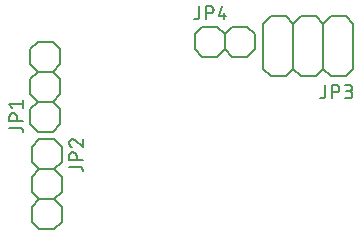
<source format=gbr>
G04 EAGLE Gerber X2 export*
%TF.Part,Single*%
%TF.FileFunction,Legend,Top,1*%
%TF.FilePolarity,Positive*%
%TF.GenerationSoftware,Autodesk,EAGLE,9.2.2*%
%TF.CreationDate,2020-03-12T07:58:02Z*%
G75*
%MOMM*%
%FSLAX34Y34*%
%LPD*%
%INSilkscreen Top*%
%AMOC8*
5,1,8,0,0,1.08239X$1,22.5*%
G01*
%ADD10C,0.152400*%
%ADD11C,0.127000*%


D10*
X207010Y568960D02*
X207010Y581660D01*
X213360Y588010D01*
X226060Y588010D01*
X232410Y581660D01*
X213360Y588010D02*
X207010Y594360D01*
X207010Y607060D01*
X213360Y613410D01*
X226060Y613410D01*
X232410Y607060D01*
X232410Y594360D01*
X226060Y588010D01*
X226060Y562610D02*
X213360Y562610D01*
X207010Y568960D01*
X226060Y562610D02*
X232410Y568960D01*
X232410Y581660D01*
X213360Y613410D02*
X207010Y619760D01*
X207010Y632460D01*
X213360Y638810D01*
X226060Y638810D01*
X232410Y632460D01*
X232410Y619760D01*
X226060Y613410D01*
D11*
X198247Y566293D02*
X189357Y566293D01*
X198247Y566293D02*
X198347Y566291D01*
X198446Y566285D01*
X198546Y566275D01*
X198644Y566262D01*
X198743Y566244D01*
X198840Y566223D01*
X198936Y566198D01*
X199032Y566169D01*
X199126Y566136D01*
X199219Y566100D01*
X199310Y566060D01*
X199400Y566016D01*
X199488Y565969D01*
X199574Y565919D01*
X199658Y565865D01*
X199740Y565808D01*
X199819Y565748D01*
X199897Y565684D01*
X199971Y565618D01*
X200043Y565549D01*
X200112Y565477D01*
X200178Y565403D01*
X200242Y565325D01*
X200302Y565246D01*
X200359Y565164D01*
X200413Y565080D01*
X200463Y564994D01*
X200510Y564906D01*
X200554Y564816D01*
X200594Y564725D01*
X200630Y564632D01*
X200663Y564538D01*
X200692Y564442D01*
X200717Y564346D01*
X200738Y564249D01*
X200756Y564150D01*
X200769Y564052D01*
X200779Y563952D01*
X200785Y563853D01*
X200787Y563753D01*
X200787Y562483D01*
X200787Y572273D02*
X189357Y572273D01*
X189357Y575448D01*
X189359Y575559D01*
X189365Y575669D01*
X189374Y575780D01*
X189388Y575890D01*
X189405Y575999D01*
X189426Y576108D01*
X189451Y576216D01*
X189480Y576323D01*
X189512Y576429D01*
X189548Y576534D01*
X189588Y576637D01*
X189631Y576739D01*
X189678Y576840D01*
X189729Y576939D01*
X189782Y577036D01*
X189839Y577130D01*
X189900Y577223D01*
X189963Y577314D01*
X190030Y577403D01*
X190100Y577489D01*
X190173Y577572D01*
X190248Y577654D01*
X190326Y577732D01*
X190408Y577807D01*
X190491Y577880D01*
X190577Y577950D01*
X190666Y578017D01*
X190757Y578080D01*
X190850Y578141D01*
X190945Y578198D01*
X191041Y578251D01*
X191140Y578302D01*
X191241Y578349D01*
X191343Y578392D01*
X191446Y578432D01*
X191551Y578468D01*
X191657Y578500D01*
X191764Y578529D01*
X191872Y578554D01*
X191981Y578575D01*
X192090Y578592D01*
X192200Y578606D01*
X192311Y578615D01*
X192421Y578621D01*
X192532Y578623D01*
X192643Y578621D01*
X192753Y578615D01*
X192864Y578606D01*
X192974Y578592D01*
X193083Y578575D01*
X193192Y578554D01*
X193300Y578529D01*
X193407Y578500D01*
X193513Y578468D01*
X193618Y578432D01*
X193721Y578392D01*
X193823Y578349D01*
X193924Y578302D01*
X194023Y578251D01*
X194120Y578198D01*
X194214Y578141D01*
X194307Y578080D01*
X194398Y578017D01*
X194487Y577950D01*
X194573Y577880D01*
X194656Y577807D01*
X194738Y577732D01*
X194816Y577654D01*
X194891Y577572D01*
X194964Y577489D01*
X195034Y577403D01*
X195101Y577314D01*
X195164Y577223D01*
X195225Y577130D01*
X195282Y577036D01*
X195335Y576939D01*
X195386Y576840D01*
X195433Y576739D01*
X195476Y576637D01*
X195516Y576534D01*
X195552Y576429D01*
X195584Y576323D01*
X195613Y576216D01*
X195638Y576108D01*
X195659Y575999D01*
X195676Y575890D01*
X195690Y575780D01*
X195699Y575669D01*
X195705Y575559D01*
X195707Y575448D01*
X195707Y572273D01*
X191897Y583132D02*
X189357Y586307D01*
X200787Y586307D01*
X200787Y583132D02*
X200787Y589482D01*
D10*
X233680Y549910D02*
X233680Y537210D01*
X227330Y530860D01*
X214630Y530860D01*
X208280Y537210D01*
X227330Y530860D02*
X233680Y524510D01*
X233680Y511810D01*
X227330Y505460D01*
X214630Y505460D01*
X208280Y511810D01*
X208280Y524510D01*
X214630Y530860D01*
X214630Y556260D02*
X227330Y556260D01*
X233680Y549910D01*
X214630Y556260D02*
X208280Y549910D01*
X208280Y537210D01*
X227330Y505460D02*
X233680Y499110D01*
X233680Y486410D01*
X227330Y480060D01*
X214630Y480060D01*
X208280Y486410D01*
X208280Y499110D01*
X214630Y505460D01*
D11*
X239903Y533198D02*
X248793Y533198D01*
X248893Y533196D01*
X248992Y533190D01*
X249092Y533180D01*
X249190Y533167D01*
X249289Y533149D01*
X249386Y533128D01*
X249482Y533103D01*
X249578Y533074D01*
X249672Y533041D01*
X249765Y533005D01*
X249856Y532965D01*
X249946Y532921D01*
X250034Y532874D01*
X250120Y532824D01*
X250204Y532770D01*
X250286Y532713D01*
X250365Y532653D01*
X250443Y532589D01*
X250517Y532523D01*
X250589Y532454D01*
X250658Y532382D01*
X250724Y532308D01*
X250788Y532230D01*
X250848Y532151D01*
X250905Y532069D01*
X250959Y531985D01*
X251009Y531899D01*
X251056Y531811D01*
X251100Y531721D01*
X251140Y531630D01*
X251176Y531537D01*
X251209Y531443D01*
X251238Y531347D01*
X251263Y531251D01*
X251284Y531154D01*
X251302Y531055D01*
X251315Y530957D01*
X251325Y530857D01*
X251331Y530758D01*
X251333Y530658D01*
X251333Y529388D01*
X251333Y539179D02*
X239903Y539179D01*
X239903Y542354D01*
X239905Y542465D01*
X239911Y542575D01*
X239920Y542686D01*
X239934Y542796D01*
X239951Y542905D01*
X239972Y543014D01*
X239997Y543122D01*
X240026Y543229D01*
X240058Y543335D01*
X240094Y543440D01*
X240134Y543543D01*
X240177Y543645D01*
X240224Y543746D01*
X240275Y543845D01*
X240328Y543942D01*
X240385Y544036D01*
X240446Y544129D01*
X240509Y544220D01*
X240576Y544309D01*
X240646Y544395D01*
X240719Y544478D01*
X240794Y544560D01*
X240872Y544638D01*
X240954Y544713D01*
X241037Y544786D01*
X241123Y544856D01*
X241212Y544923D01*
X241303Y544986D01*
X241396Y545047D01*
X241491Y545104D01*
X241587Y545157D01*
X241686Y545208D01*
X241787Y545255D01*
X241889Y545298D01*
X241992Y545338D01*
X242097Y545374D01*
X242203Y545406D01*
X242310Y545435D01*
X242418Y545460D01*
X242527Y545481D01*
X242636Y545498D01*
X242746Y545512D01*
X242857Y545521D01*
X242967Y545527D01*
X243078Y545529D01*
X243189Y545527D01*
X243299Y545521D01*
X243410Y545512D01*
X243520Y545498D01*
X243629Y545481D01*
X243738Y545460D01*
X243846Y545435D01*
X243953Y545406D01*
X244059Y545374D01*
X244164Y545338D01*
X244267Y545298D01*
X244369Y545255D01*
X244470Y545208D01*
X244569Y545157D01*
X244666Y545104D01*
X244760Y545047D01*
X244853Y544986D01*
X244944Y544923D01*
X245033Y544856D01*
X245119Y544786D01*
X245202Y544713D01*
X245284Y544638D01*
X245362Y544560D01*
X245437Y544478D01*
X245510Y544395D01*
X245580Y544309D01*
X245647Y544220D01*
X245710Y544129D01*
X245771Y544036D01*
X245828Y543942D01*
X245881Y543845D01*
X245932Y543746D01*
X245979Y543645D01*
X246022Y543543D01*
X246062Y543440D01*
X246098Y543335D01*
X246130Y543229D01*
X246159Y543122D01*
X246184Y543014D01*
X246205Y542905D01*
X246222Y542796D01*
X246236Y542686D01*
X246245Y542575D01*
X246251Y542465D01*
X246253Y542354D01*
X246253Y539179D01*
X239903Y553530D02*
X239905Y553634D01*
X239911Y553739D01*
X239920Y553843D01*
X239933Y553946D01*
X239951Y554049D01*
X239971Y554151D01*
X239996Y554253D01*
X240024Y554353D01*
X240056Y554453D01*
X240092Y554551D01*
X240131Y554648D01*
X240173Y554743D01*
X240219Y554837D01*
X240269Y554929D01*
X240321Y555019D01*
X240377Y555107D01*
X240437Y555193D01*
X240499Y555277D01*
X240564Y555358D01*
X240632Y555437D01*
X240704Y555514D01*
X240777Y555587D01*
X240854Y555659D01*
X240933Y555727D01*
X241014Y555792D01*
X241098Y555854D01*
X241184Y555914D01*
X241272Y555970D01*
X241362Y556022D01*
X241454Y556072D01*
X241548Y556118D01*
X241643Y556160D01*
X241740Y556199D01*
X241838Y556235D01*
X241938Y556267D01*
X242038Y556295D01*
X242140Y556320D01*
X242242Y556340D01*
X242345Y556358D01*
X242448Y556371D01*
X242552Y556380D01*
X242657Y556386D01*
X242761Y556388D01*
X239903Y553530D02*
X239905Y553412D01*
X239911Y553293D01*
X239920Y553175D01*
X239933Y553058D01*
X239951Y552941D01*
X239971Y552824D01*
X239996Y552708D01*
X240024Y552593D01*
X240057Y552480D01*
X240092Y552367D01*
X240132Y552255D01*
X240174Y552145D01*
X240221Y552036D01*
X240271Y551928D01*
X240324Y551823D01*
X240381Y551719D01*
X240441Y551617D01*
X240504Y551517D01*
X240571Y551419D01*
X240640Y551323D01*
X240713Y551230D01*
X240789Y551139D01*
X240867Y551050D01*
X240949Y550964D01*
X241033Y550881D01*
X241119Y550800D01*
X241209Y550723D01*
X241300Y550648D01*
X241394Y550576D01*
X241491Y550507D01*
X241589Y550442D01*
X241690Y550379D01*
X241793Y550320D01*
X241897Y550264D01*
X242003Y550212D01*
X242111Y550163D01*
X242220Y550118D01*
X242331Y550076D01*
X242443Y550038D01*
X244983Y555435D02*
X244908Y555511D01*
X244829Y555586D01*
X244748Y555657D01*
X244664Y555726D01*
X244578Y555791D01*
X244490Y555853D01*
X244400Y555913D01*
X244308Y555969D01*
X244213Y556022D01*
X244117Y556071D01*
X244019Y556117D01*
X243920Y556160D01*
X243819Y556199D01*
X243717Y556234D01*
X243614Y556266D01*
X243510Y556294D01*
X243405Y556319D01*
X243298Y556340D01*
X243192Y556357D01*
X243085Y556370D01*
X242977Y556379D01*
X242869Y556385D01*
X242761Y556387D01*
X244983Y555435D02*
X251333Y550037D01*
X251333Y556387D01*
D10*
X473964Y660400D02*
X480314Y654050D01*
X461264Y660400D02*
X454914Y654050D01*
X448564Y660400D01*
X435864Y660400D02*
X429514Y654050D01*
X480314Y654050D02*
X480314Y615950D01*
X473964Y609600D01*
X461264Y609600D01*
X454914Y615950D01*
X448564Y609600D01*
X435864Y609600D01*
X429514Y615950D01*
X454914Y615950D02*
X454914Y654050D01*
X429514Y654050D02*
X429514Y615950D01*
X435864Y660400D02*
X448564Y660400D01*
X461264Y660400D02*
X473964Y660400D01*
X429514Y654050D02*
X423164Y660400D01*
X410464Y660400D02*
X404114Y654050D01*
X429514Y615950D02*
X423164Y609600D01*
X410464Y609600D01*
X404114Y615950D01*
X404114Y654050D01*
X410464Y660400D02*
X423164Y660400D01*
D11*
X456490Y602615D02*
X456490Y593725D01*
X456488Y593625D01*
X456482Y593526D01*
X456472Y593426D01*
X456459Y593328D01*
X456441Y593229D01*
X456420Y593132D01*
X456395Y593036D01*
X456366Y592940D01*
X456333Y592846D01*
X456297Y592753D01*
X456257Y592662D01*
X456213Y592572D01*
X456166Y592484D01*
X456116Y592398D01*
X456062Y592314D01*
X456005Y592232D01*
X455945Y592153D01*
X455881Y592075D01*
X455815Y592001D01*
X455746Y591929D01*
X455674Y591860D01*
X455600Y591794D01*
X455522Y591730D01*
X455443Y591670D01*
X455361Y591613D01*
X455277Y591559D01*
X455191Y591509D01*
X455103Y591462D01*
X455013Y591418D01*
X454922Y591378D01*
X454829Y591342D01*
X454735Y591309D01*
X454639Y591280D01*
X454543Y591255D01*
X454446Y591234D01*
X454347Y591216D01*
X454249Y591203D01*
X454149Y591193D01*
X454050Y591187D01*
X453950Y591185D01*
X452680Y591185D01*
X462471Y591185D02*
X462471Y602615D01*
X465646Y602615D01*
X465757Y602613D01*
X465867Y602607D01*
X465978Y602598D01*
X466088Y602584D01*
X466197Y602567D01*
X466306Y602546D01*
X466414Y602521D01*
X466521Y602492D01*
X466627Y602460D01*
X466732Y602424D01*
X466835Y602384D01*
X466937Y602341D01*
X467038Y602294D01*
X467137Y602243D01*
X467234Y602190D01*
X467328Y602133D01*
X467421Y602072D01*
X467512Y602009D01*
X467601Y601942D01*
X467687Y601872D01*
X467770Y601799D01*
X467852Y601724D01*
X467930Y601646D01*
X468005Y601564D01*
X468078Y601481D01*
X468148Y601395D01*
X468215Y601306D01*
X468278Y601215D01*
X468339Y601122D01*
X468396Y601027D01*
X468449Y600931D01*
X468500Y600832D01*
X468547Y600731D01*
X468590Y600629D01*
X468630Y600526D01*
X468666Y600421D01*
X468698Y600315D01*
X468727Y600208D01*
X468752Y600100D01*
X468773Y599991D01*
X468790Y599882D01*
X468804Y599772D01*
X468813Y599661D01*
X468819Y599551D01*
X468821Y599440D01*
X468819Y599329D01*
X468813Y599219D01*
X468804Y599108D01*
X468790Y598998D01*
X468773Y598889D01*
X468752Y598780D01*
X468727Y598672D01*
X468698Y598565D01*
X468666Y598459D01*
X468630Y598354D01*
X468590Y598251D01*
X468547Y598149D01*
X468500Y598048D01*
X468449Y597949D01*
X468396Y597853D01*
X468339Y597758D01*
X468278Y597665D01*
X468215Y597574D01*
X468148Y597485D01*
X468078Y597399D01*
X468005Y597316D01*
X467930Y597234D01*
X467852Y597156D01*
X467770Y597081D01*
X467687Y597008D01*
X467601Y596938D01*
X467512Y596871D01*
X467421Y596808D01*
X467328Y596747D01*
X467234Y596690D01*
X467137Y596637D01*
X467038Y596586D01*
X466937Y596539D01*
X466835Y596496D01*
X466732Y596456D01*
X466627Y596420D01*
X466521Y596388D01*
X466414Y596359D01*
X466306Y596334D01*
X466197Y596313D01*
X466088Y596296D01*
X465978Y596282D01*
X465867Y596273D01*
X465757Y596267D01*
X465646Y596265D01*
X462471Y596265D01*
X473329Y591185D02*
X476504Y591185D01*
X476615Y591187D01*
X476725Y591193D01*
X476836Y591202D01*
X476946Y591216D01*
X477055Y591233D01*
X477164Y591254D01*
X477272Y591279D01*
X477379Y591308D01*
X477485Y591340D01*
X477590Y591376D01*
X477693Y591416D01*
X477795Y591459D01*
X477896Y591506D01*
X477995Y591557D01*
X478092Y591610D01*
X478186Y591667D01*
X478279Y591728D01*
X478370Y591791D01*
X478459Y591858D01*
X478545Y591928D01*
X478628Y592001D01*
X478710Y592076D01*
X478788Y592154D01*
X478863Y592236D01*
X478936Y592319D01*
X479006Y592405D01*
X479073Y592494D01*
X479136Y592585D01*
X479197Y592678D01*
X479254Y592773D01*
X479307Y592869D01*
X479358Y592968D01*
X479405Y593069D01*
X479448Y593171D01*
X479488Y593274D01*
X479524Y593379D01*
X479556Y593485D01*
X479585Y593592D01*
X479610Y593700D01*
X479631Y593809D01*
X479648Y593918D01*
X479662Y594028D01*
X479671Y594139D01*
X479677Y594249D01*
X479679Y594360D01*
X479677Y594471D01*
X479671Y594581D01*
X479662Y594692D01*
X479648Y594802D01*
X479631Y594911D01*
X479610Y595020D01*
X479585Y595128D01*
X479556Y595235D01*
X479524Y595341D01*
X479488Y595446D01*
X479448Y595549D01*
X479405Y595651D01*
X479358Y595752D01*
X479307Y595851D01*
X479254Y595947D01*
X479197Y596042D01*
X479136Y596135D01*
X479073Y596226D01*
X479006Y596315D01*
X478936Y596401D01*
X478863Y596484D01*
X478788Y596566D01*
X478710Y596644D01*
X478628Y596719D01*
X478545Y596792D01*
X478459Y596862D01*
X478370Y596929D01*
X478279Y596992D01*
X478186Y597053D01*
X478092Y597110D01*
X477995Y597163D01*
X477896Y597214D01*
X477795Y597261D01*
X477693Y597304D01*
X477590Y597344D01*
X477485Y597380D01*
X477379Y597412D01*
X477272Y597441D01*
X477164Y597466D01*
X477055Y597487D01*
X476946Y597504D01*
X476836Y597518D01*
X476725Y597527D01*
X476615Y597533D01*
X476504Y597535D01*
X477139Y602615D02*
X473329Y602615D01*
X477139Y602615D02*
X477239Y602613D01*
X477338Y602607D01*
X477438Y602597D01*
X477536Y602584D01*
X477635Y602566D01*
X477732Y602545D01*
X477828Y602520D01*
X477924Y602491D01*
X478018Y602458D01*
X478111Y602422D01*
X478202Y602382D01*
X478292Y602338D01*
X478380Y602291D01*
X478466Y602241D01*
X478550Y602187D01*
X478632Y602130D01*
X478711Y602070D01*
X478789Y602006D01*
X478863Y601940D01*
X478935Y601871D01*
X479004Y601799D01*
X479070Y601725D01*
X479134Y601647D01*
X479194Y601568D01*
X479251Y601486D01*
X479305Y601402D01*
X479355Y601316D01*
X479402Y601228D01*
X479446Y601138D01*
X479486Y601047D01*
X479522Y600954D01*
X479555Y600860D01*
X479584Y600764D01*
X479609Y600668D01*
X479630Y600571D01*
X479648Y600472D01*
X479661Y600374D01*
X479671Y600274D01*
X479677Y600175D01*
X479679Y600075D01*
X479677Y599975D01*
X479671Y599876D01*
X479661Y599776D01*
X479648Y599678D01*
X479630Y599579D01*
X479609Y599482D01*
X479584Y599386D01*
X479555Y599290D01*
X479522Y599196D01*
X479486Y599103D01*
X479446Y599012D01*
X479402Y598922D01*
X479355Y598834D01*
X479305Y598748D01*
X479251Y598664D01*
X479194Y598582D01*
X479134Y598503D01*
X479070Y598425D01*
X479004Y598351D01*
X478935Y598279D01*
X478863Y598210D01*
X478789Y598144D01*
X478711Y598080D01*
X478632Y598020D01*
X478550Y597963D01*
X478466Y597909D01*
X478380Y597859D01*
X478292Y597812D01*
X478202Y597768D01*
X478111Y597728D01*
X478018Y597692D01*
X477924Y597659D01*
X477828Y597630D01*
X477732Y597605D01*
X477635Y597584D01*
X477536Y597566D01*
X477438Y597553D01*
X477338Y597543D01*
X477239Y597537D01*
X477139Y597535D01*
X474599Y597535D01*
D10*
X365252Y651764D02*
X352552Y651764D01*
X365252Y651764D02*
X371602Y645414D01*
X371602Y632714D01*
X365252Y626364D01*
X346202Y632714D02*
X346202Y645414D01*
X352552Y651764D01*
X346202Y632714D02*
X352552Y626364D01*
X365252Y626364D01*
X371602Y645414D02*
X377952Y651764D01*
X390652Y651764D01*
X397002Y645414D01*
X397002Y632714D01*
X390652Y626364D01*
X377952Y626364D01*
X371602Y632714D01*
D11*
X349885Y660527D02*
X349885Y669417D01*
X349885Y660527D02*
X349883Y660427D01*
X349877Y660328D01*
X349867Y660228D01*
X349854Y660130D01*
X349836Y660031D01*
X349815Y659934D01*
X349790Y659838D01*
X349761Y659742D01*
X349728Y659648D01*
X349692Y659555D01*
X349652Y659464D01*
X349608Y659374D01*
X349561Y659286D01*
X349511Y659200D01*
X349457Y659116D01*
X349400Y659034D01*
X349340Y658955D01*
X349276Y658877D01*
X349210Y658803D01*
X349141Y658731D01*
X349069Y658662D01*
X348995Y658596D01*
X348917Y658532D01*
X348838Y658472D01*
X348756Y658415D01*
X348672Y658361D01*
X348586Y658311D01*
X348498Y658264D01*
X348408Y658220D01*
X348317Y658180D01*
X348224Y658144D01*
X348130Y658111D01*
X348034Y658082D01*
X347938Y658057D01*
X347841Y658036D01*
X347742Y658018D01*
X347644Y658005D01*
X347544Y657995D01*
X347445Y657989D01*
X347345Y657987D01*
X346075Y657987D01*
X355865Y657987D02*
X355865Y669417D01*
X359040Y669417D01*
X359151Y669415D01*
X359261Y669409D01*
X359372Y669400D01*
X359482Y669386D01*
X359591Y669369D01*
X359700Y669348D01*
X359808Y669323D01*
X359915Y669294D01*
X360021Y669262D01*
X360126Y669226D01*
X360229Y669186D01*
X360331Y669143D01*
X360432Y669096D01*
X360531Y669045D01*
X360628Y668992D01*
X360722Y668935D01*
X360815Y668874D01*
X360906Y668811D01*
X360995Y668744D01*
X361081Y668674D01*
X361164Y668601D01*
X361246Y668526D01*
X361324Y668448D01*
X361399Y668366D01*
X361472Y668283D01*
X361542Y668197D01*
X361609Y668108D01*
X361672Y668017D01*
X361733Y667924D01*
X361790Y667829D01*
X361843Y667733D01*
X361894Y667634D01*
X361941Y667533D01*
X361984Y667431D01*
X362024Y667328D01*
X362060Y667223D01*
X362092Y667117D01*
X362121Y667010D01*
X362146Y666902D01*
X362167Y666793D01*
X362184Y666684D01*
X362198Y666574D01*
X362207Y666463D01*
X362213Y666353D01*
X362215Y666242D01*
X362213Y666131D01*
X362207Y666021D01*
X362198Y665910D01*
X362184Y665800D01*
X362167Y665691D01*
X362146Y665582D01*
X362121Y665474D01*
X362092Y665367D01*
X362060Y665261D01*
X362024Y665156D01*
X361984Y665053D01*
X361941Y664951D01*
X361894Y664850D01*
X361843Y664751D01*
X361790Y664655D01*
X361733Y664560D01*
X361672Y664467D01*
X361609Y664376D01*
X361542Y664287D01*
X361472Y664201D01*
X361399Y664118D01*
X361324Y664036D01*
X361246Y663958D01*
X361164Y663883D01*
X361081Y663810D01*
X360995Y663740D01*
X360906Y663673D01*
X360815Y663610D01*
X360722Y663549D01*
X360628Y663492D01*
X360531Y663439D01*
X360432Y663388D01*
X360331Y663341D01*
X360229Y663298D01*
X360126Y663258D01*
X360021Y663222D01*
X359915Y663190D01*
X359808Y663161D01*
X359700Y663136D01*
X359591Y663115D01*
X359482Y663098D01*
X359372Y663084D01*
X359261Y663075D01*
X359151Y663069D01*
X359040Y663067D01*
X355865Y663067D01*
X366724Y660527D02*
X369264Y669417D01*
X366724Y660527D02*
X373074Y660527D01*
X371169Y663067D02*
X371169Y657987D01*
M02*

</source>
